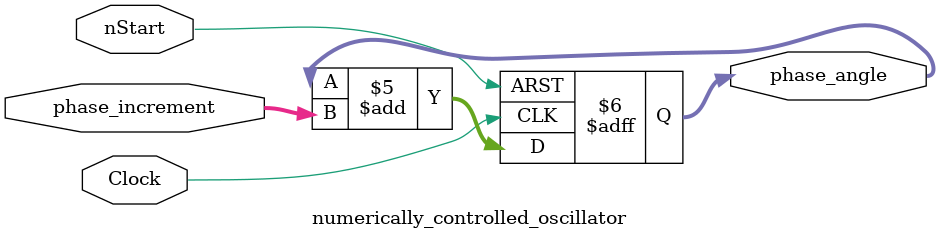
<source format=v>
module audio_generator (Clock, nStart, Select, Out);
	input Clock, nStart;
	input [11:0] Select;
	output reg signed [31:0] Out;

	// Phase increment = freq_note/freq_clock * 2^N
	parameter C    = 32'd22474, C_sh = 32'd23810, D    = 32'd25225, D_sh = 32'd26726, E    = 32'd28315, F = 32'd29999, 
			    F_sh = 32'd31782, G    = 32'd33673, G_sh = 32'd35674, A    = 32'd37796, A_sh = 32'd40043, B = 32'd42424;

	reg [3:0] sum;
	integer i;
	always@(*)
	begin
		sum = 0;
		for (i = 0; i < 12; i = i + 1)
			sum = sum + Select[i];
	end

	wire signed [31:0] amplitude [11:0];
	
	waveform_generator W1  (Clock, nStart, C,    amplitude[0]);
	waveform_generator W2  (Clock, nStart, C_sh, amplitude[1]);
	waveform_generator W3  (Clock, nStart, D,    amplitude[2]);
	waveform_generator W4  (Clock, nStart, D_sh, amplitude[3]);
	waveform_generator W5  (Clock, nStart, E,    amplitude[4]);
	waveform_generator W6  (Clock, nStart, F,    amplitude[5]);
	waveform_generator W7  (Clock, nStart, F_sh, amplitude[6]);
	waveform_generator W8  (Clock, nStart, G,    amplitude[7]);
	waveform_generator W9  (Clock, nStart, G_sh, amplitude[8]);
	waveform_generator W10 (Clock, nStart, A,    amplitude[9]);
	waveform_generator W11 (Clock, nStart, A_sh, amplitude[10]);
	waveform_generator W12 (Clock, nStart, B,    amplitude[11]);

	reg signed [63:0] amplitude_sum;
	integer j;
	always@(posedge Clock)
	begin
		amplitude_sum = 0;
		for (j = 0; j < 12; j = j + 1)
		begin
			if (Select[j]) amplitude_sum = amplitude_sum + amplitude[j];
		end
		if (sum != 0) Out <= amplitude_sum >>> 1;
		else Out <= 0;
	end
endmodule

module waveform_generator(Clock, nStart, phase_increment, amplitude);
	input Clock, nStart;
	input [31:0] phase_increment;
	output signed [31:0] amplitude;

	wire [31:0] phase_angle;
	numerically_controlled_oscillator N1 (Clock, nStart, phase_increment, phase_angle);

	// sine lookup table
	rom4096x32 U1 (phase_angle[31:20], Clock, amplitude);
endmodule

module numerically_controlled_oscillator(Clock, nStart, phase_increment, phase_angle);
	input Clock, nStart;
	input [31:0] phase_increment;
	output reg [31:0] phase_angle;
	
	always@(posedge Clock, negedge nStart)
		if (!nStart)
			phase_angle <= 0;
		else
			phase_angle <= phase_angle + phase_increment;
endmodule
</source>
